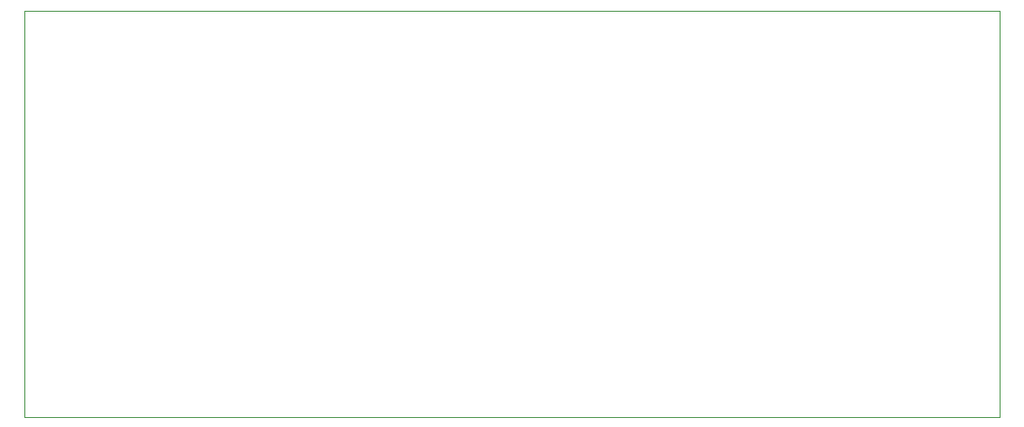
<source format=gbr>
%TF.GenerationSoftware,Altium Limited,Altium Designer,22.4.2 (48)*%
G04 Layer_Color=0*
%FSLAX26Y26*%
%MOIN*%
%TF.SameCoordinates,DC04713F-A1B7-43D7-85F6-64DFF616D11F*%
%TF.FilePolarity,Positive*%
%TF.FileFunction,Profile,NP*%
%TF.Part,Single*%
G01*
G75*
%TA.AperFunction,Profile*%
%ADD40C,0.001000*%
D40*
X1000000Y3500000D02*
X4600000D01*
Y5000000D01*
X1000000D01*
Y3500000D01*
%TF.MD5,f5173552938d530e5d63861fe168677a*%
M02*

</source>
